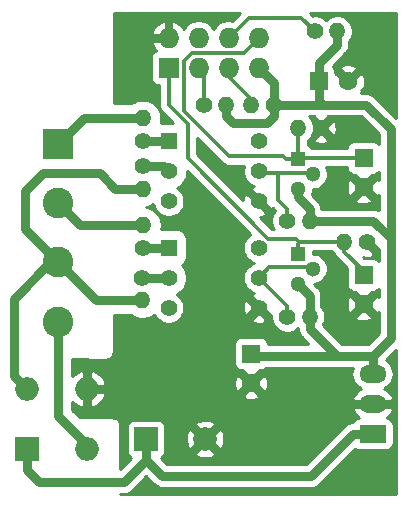
<source format=gbr>
G04 #@! TF.GenerationSoftware,KiCad,Pcbnew,(5.1.5)-3*
G04 #@! TF.CreationDate,2020-04-11T23:24:35-04:00*
G04 #@! TF.ProjectId,Doorbell,446f6f72-6265-46c6-9c2e-6b696361645f,v1*
G04 #@! TF.SameCoordinates,Original*
G04 #@! TF.FileFunction,Copper,L1,Top*
G04 #@! TF.FilePolarity,Positive*
%FSLAX46Y46*%
G04 Gerber Fmt 4.6, Leading zero omitted, Abs format (unit mm)*
G04 Created by KiCad (PCBNEW (5.1.5)-3) date 2020-04-11 23:24:35*
%MOMM*%
%LPD*%
G04 APERTURE LIST*
%ADD10R,1.300000X1.300000*%
%ADD11C,1.300000*%
%ADD12C,1.600000*%
%ADD13R,1.600000X1.600000*%
%ADD14C,2.000000*%
%ADD15R,2.000000X2.000000*%
%ADD16O,1.400000X1.400000*%
%ADD17C,1.400000*%
%ADD18R,1.400000X1.400000*%
%ADD19O,1.727200X1.727200*%
%ADD20R,1.727200X1.727200*%
%ADD21O,2.300000X1.500000*%
%ADD22R,2.300000X1.500000*%
%ADD23C,2.600000*%
%ADD24R,2.600000X2.600000*%
%ADD25O,2.000000X2.000000*%
%ADD26C,0.750000*%
%ADD27C,0.350000*%
%ADD28C,0.254000*%
G04 APERTURE END LIST*
D10*
X157226000Y-76835000D03*
D11*
X157226000Y-79375000D03*
X158496000Y-78105000D03*
D10*
X157226000Y-84836000D03*
D11*
X157226000Y-87376000D03*
X158496000Y-86106000D03*
D12*
X153289000Y-95781500D03*
D13*
X153289000Y-93281500D03*
D14*
X149399000Y-100520500D03*
D15*
X144399000Y-100520500D03*
D16*
X160586500Y-65976500D03*
D17*
X158686500Y-65976500D03*
D12*
X162814000Y-79208000D03*
D13*
X162814000Y-76708000D03*
D16*
X161168000Y-83820000D03*
D17*
X163068000Y-83820000D03*
D16*
X144125000Y-79325000D03*
D17*
X144125000Y-77425000D03*
D16*
X158242000Y-90170000D03*
D17*
X156342000Y-90170000D03*
X153924000Y-84328000D03*
X153924000Y-86868000D03*
X153924000Y-89408000D03*
X146304000Y-89408000D03*
X146304000Y-86868000D03*
D18*
X146304000Y-84328000D03*
D12*
X162814000Y-89114000D03*
D13*
X162814000Y-86614000D03*
D19*
X153924000Y-66548000D03*
X153924000Y-69088000D03*
X151384000Y-66548000D03*
X151384000Y-69088000D03*
X148844000Y-66548000D03*
X148844000Y-69088000D03*
X146304000Y-66548000D03*
D20*
X146304000Y-69088000D03*
D21*
X163576000Y-94996000D03*
X163576000Y-97536000D03*
D22*
X163576000Y-100076000D03*
D17*
X153935000Y-75310000D03*
X153935000Y-77850000D03*
X153935000Y-80390000D03*
X146315000Y-80390000D03*
X146315000Y-77850000D03*
D18*
X146315000Y-75310000D03*
D16*
X153294000Y-72199500D03*
D17*
X155194000Y-72199500D03*
D16*
X151188500Y-72199500D03*
D17*
X149288500Y-72199500D03*
D16*
X157294500Y-74168000D03*
D17*
X159194500Y-74168000D03*
D16*
X158242000Y-82042000D03*
D17*
X156342000Y-82042000D03*
D16*
X144125000Y-73350000D03*
D17*
X144125000Y-75250000D03*
D16*
X144081500Y-88768000D03*
D17*
X144081500Y-86868000D03*
D16*
X144145000Y-82428000D03*
D17*
X144145000Y-84328000D03*
D23*
X136918700Y-90565000D03*
X136918700Y-85565000D03*
X136918700Y-80565000D03*
D24*
X136918700Y-75565000D03*
D15*
X134302500Y-101346000D03*
D25*
X139382500Y-96266000D03*
X139382500Y-101346000D03*
X134302500Y-96266000D03*
D12*
X161504000Y-70231000D03*
D13*
X159004000Y-70231000D03*
D26*
X144399000Y-102270500D02*
X144399000Y-100520500D01*
X145760500Y-103632000D02*
X144399000Y-102270500D01*
X158374000Y-103632000D02*
X145760500Y-103632000D01*
X161930000Y-100076000D02*
X158374000Y-103632000D01*
X163830000Y-100076000D02*
X161930000Y-100076000D01*
X142529500Y-104140000D02*
X144399000Y-102270500D01*
X135346500Y-104140000D02*
X142529500Y-104140000D01*
X134302500Y-103096000D02*
X135346500Y-104140000D01*
X134302500Y-101346000D02*
X134302500Y-103096000D01*
X163576000Y-93496000D02*
X163576000Y-94996000D01*
X163552000Y-93472000D02*
X163576000Y-93496000D01*
X160554051Y-93472000D02*
X161290000Y-93472000D01*
X158242000Y-91159949D02*
X160554051Y-93472000D01*
X158242000Y-90170000D02*
X158242000Y-91159949D01*
X153162000Y-93472000D02*
X161290000Y-93472000D01*
X161290000Y-93472000D02*
X163552000Y-93472000D01*
X158242000Y-88392000D02*
X157356010Y-87506010D01*
X158242000Y-90170000D02*
X158242000Y-88392000D01*
X163576000Y-93496000D02*
X165100000Y-91972000D01*
X159231949Y-82042000D02*
X158242000Y-82042000D01*
X163621002Y-82042000D02*
X159231949Y-82042000D01*
X165100000Y-83520998D02*
X163621002Y-82042000D01*
X165100000Y-91972000D02*
X165100000Y-83520998D01*
X157226000Y-80036051D02*
X157226000Y-79505010D01*
X158242000Y-82042000D02*
X158242000Y-81052051D01*
X158242000Y-81052051D02*
X157226000Y-80036051D01*
X159004000Y-68707000D02*
X159004000Y-70231000D01*
X160586500Y-65976500D02*
X160586500Y-67124500D01*
X160586500Y-67124500D02*
X159004000Y-68707000D01*
X159422500Y-72199500D02*
X155194000Y-72199500D01*
X163004500Y-72199500D02*
X159422500Y-72199500D01*
X165100000Y-83520998D02*
X165100000Y-74295000D01*
X165100000Y-74295000D02*
X163004500Y-72199500D01*
X155194000Y-70358000D02*
X155194000Y-72199500D01*
X153924000Y-69088000D02*
X155194000Y-70358000D01*
X159004000Y-71781000D02*
X159004000Y-70231000D01*
X159422500Y-72199500D02*
X159004000Y-71781000D01*
X151188500Y-73189449D02*
X151188500Y-72199500D01*
X151773552Y-73774501D02*
X151188500Y-73189449D01*
X154608948Y-73774501D02*
X151773552Y-73774501D01*
X155194000Y-73189449D02*
X154608948Y-73774501D01*
X155194000Y-72199500D02*
X155194000Y-73189449D01*
D27*
X157226000Y-83961000D02*
X157226000Y-84836000D01*
X157367000Y-83820000D02*
X157226000Y-83961000D01*
X161168000Y-83820000D02*
X157367000Y-83820000D01*
X161168000Y-84643000D02*
X161168000Y-83820000D01*
X162814000Y-86614000D02*
X162814000Y-86289000D01*
X162814000Y-86289000D02*
X161168000Y-84643000D01*
X157367000Y-83820000D02*
X157113000Y-83566000D01*
X157113000Y-83566000D02*
X154756000Y-83566000D01*
X146304000Y-72233998D02*
X146304000Y-68834000D01*
X147940001Y-73869999D02*
X146304000Y-72233998D01*
X154756000Y-83566000D02*
X147940001Y-76750001D01*
X147940001Y-76750001D02*
X147940001Y-73869999D01*
X157104000Y-76713000D02*
X157226000Y-76835000D01*
X157104000Y-74168000D02*
X157104000Y-74607500D01*
X157294500Y-76766500D02*
X157226000Y-76835000D01*
X157294500Y-74168000D02*
X157294500Y-76766500D01*
X157353000Y-76708000D02*
X157226000Y-76835000D01*
X163068000Y-76708000D02*
X157353000Y-76708000D01*
X147605399Y-72757564D02*
X151422835Y-76575000D01*
X147605399Y-68493471D02*
X147605399Y-72757564D01*
X148280870Y-67818000D02*
X147605399Y-68493471D01*
X152654000Y-67818000D02*
X148280870Y-67818000D01*
X156226000Y-76835000D02*
X157226000Y-76835000D01*
X155966000Y-76575000D02*
X156226000Y-76835000D01*
X151422835Y-76575000D02*
X155966000Y-76575000D01*
X153924000Y-66548000D02*
X152654000Y-67818000D01*
D26*
X136918700Y-98564700D02*
X139700000Y-101346000D01*
X136918700Y-90565000D02*
X136918700Y-98564700D01*
X140121700Y-88768000D02*
X144081500Y-88768000D01*
X136918700Y-85565000D02*
X140121700Y-88768000D01*
X141809000Y-79325000D02*
X144125000Y-79325000D01*
X140462000Y-77978000D02*
X141809000Y-79325000D01*
X135636000Y-77978000D02*
X140462000Y-77978000D01*
X134112000Y-79502000D02*
X135636000Y-77978000D01*
X136918700Y-85565000D02*
X134112000Y-82758300D01*
X134112000Y-82758300D02*
X134112000Y-79502000D01*
X133230010Y-88638990D02*
X136304000Y-85565000D01*
X136304000Y-85565000D02*
X136918700Y-85565000D01*
X134302500Y-96266000D02*
X133230010Y-95193510D01*
X133230010Y-95193510D02*
X133230010Y-88638990D01*
D27*
X144140000Y-73660000D02*
X144145000Y-73665000D01*
X136935000Y-75565000D02*
X136918700Y-75565000D01*
D26*
X144125000Y-73350000D02*
X139150000Y-73350000D01*
X139150000Y-73350000D02*
X136935000Y-75565000D01*
X138781700Y-82428000D02*
X136918700Y-80565000D01*
X144145000Y-82428000D02*
X138781700Y-82428000D01*
D27*
X156342000Y-89286000D02*
X153924000Y-86868000D01*
X156342000Y-90170000D02*
X156342000Y-89286000D01*
X154825700Y-85966300D02*
X153924000Y-86868000D01*
X158496000Y-86106000D02*
X158356300Y-85966300D01*
X158356300Y-85966300D02*
X154825700Y-85966300D01*
X155575000Y-80285051D02*
X155575000Y-78105000D01*
X156342000Y-81052051D02*
X155575000Y-80285051D01*
X156342000Y-82042000D02*
X156342000Y-81052051D01*
X153935000Y-77850000D02*
X154050300Y-77965300D01*
X154063000Y-77978000D02*
X153935000Y-77850000D01*
X158496000Y-78105000D02*
X158369000Y-77978000D01*
X158369000Y-77978000D02*
X154063000Y-77978000D01*
D26*
X146304000Y-84328000D02*
X144145000Y-84328000D01*
X146304000Y-86868000D02*
X144081500Y-86868000D01*
D27*
X146060000Y-75565000D02*
X146315000Y-75310000D01*
X146255000Y-75250000D02*
X146315000Y-75310000D01*
D26*
X144125000Y-75250000D02*
X146255000Y-75250000D01*
D27*
X146315000Y-78094000D02*
X146304000Y-78105000D01*
X146315000Y-77850000D02*
X146315000Y-78094000D01*
D26*
X145890000Y-77425000D02*
X146315000Y-77850000D01*
X144125000Y-77425000D02*
X145890000Y-77425000D01*
D27*
X149288500Y-69532500D02*
X148844000Y-69088000D01*
X149288500Y-72199500D02*
X149288500Y-69532500D01*
X151384000Y-69850000D02*
X151384000Y-69088000D01*
X153294000Y-72199500D02*
X153294000Y-71760000D01*
X153294000Y-71760000D02*
X151384000Y-69850000D01*
X157543500Y-64833500D02*
X153098500Y-64833500D01*
X158686500Y-65976500D02*
X157543500Y-64833500D01*
X152247599Y-65684401D02*
X151384000Y-66548000D01*
X153098500Y-64833500D02*
X152247599Y-65684401D01*
D28*
G36*
X153242917Y-83187116D02*
G01*
X153078087Y-83297252D01*
X152893252Y-83482087D01*
X152748028Y-83699430D01*
X152647996Y-83940928D01*
X152597000Y-84197302D01*
X152597000Y-84458698D01*
X152647996Y-84715072D01*
X152748028Y-84956570D01*
X152893252Y-85173913D01*
X153078087Y-85358748D01*
X153295430Y-85503972D01*
X153522433Y-85598000D01*
X153295430Y-85692028D01*
X153078087Y-85837252D01*
X152893252Y-86022087D01*
X152748028Y-86239430D01*
X152647996Y-86480928D01*
X152597000Y-86737302D01*
X152597000Y-86998698D01*
X152647996Y-87255072D01*
X152748028Y-87496570D01*
X152893252Y-87713913D01*
X153078087Y-87898748D01*
X153295430Y-88043972D01*
X153513843Y-88134442D01*
X153472820Y-88144692D01*
X153349739Y-88195674D01*
X153281654Y-88414929D01*
X153924000Y-89057275D01*
X153938143Y-89043133D01*
X154288868Y-89393858D01*
X154274725Y-89408000D01*
X154917071Y-90050346D01*
X155019106Y-90018661D01*
X155015000Y-90039302D01*
X155015000Y-90300698D01*
X155065996Y-90557072D01*
X155166028Y-90798570D01*
X155311252Y-91015913D01*
X155496087Y-91200748D01*
X155713430Y-91345972D01*
X155954928Y-91446004D01*
X156211302Y-91497000D01*
X156472698Y-91497000D01*
X156729072Y-91446004D01*
X156970570Y-91345972D01*
X157187913Y-91200748D01*
X157235857Y-91152804D01*
X157235153Y-91159949D01*
X157254498Y-91356375D01*
X157311794Y-91545252D01*
X157311795Y-91545253D01*
X157404837Y-91719324D01*
X157530052Y-91871898D01*
X157568286Y-91903276D01*
X158135010Y-92470000D01*
X154717900Y-92470000D01*
X154706927Y-92358587D01*
X154671075Y-92240397D01*
X154612853Y-92131472D01*
X154534501Y-92035999D01*
X154439028Y-91957647D01*
X154330103Y-91899425D01*
X154211913Y-91863573D01*
X154089000Y-91851467D01*
X152489000Y-91851467D01*
X152366087Y-91863573D01*
X152247897Y-91899425D01*
X152138972Y-91957647D01*
X152043499Y-92035999D01*
X151965147Y-92131472D01*
X151906925Y-92240397D01*
X151871073Y-92358587D01*
X151858967Y-92481500D01*
X151858967Y-94081500D01*
X151871073Y-94204413D01*
X151906925Y-94322603D01*
X151965147Y-94431528D01*
X152043499Y-94527001D01*
X152138972Y-94605353D01*
X152247897Y-94663575D01*
X152366087Y-94699427D01*
X152489000Y-94711533D01*
X152575646Y-94711533D01*
X152574115Y-94715890D01*
X153289000Y-95430775D01*
X154003885Y-94715890D01*
X154002354Y-94711533D01*
X154089000Y-94711533D01*
X154211913Y-94699427D01*
X154330103Y-94663575D01*
X154439028Y-94605353D01*
X154534501Y-94527001D01*
X154577997Y-94474000D01*
X160504827Y-94474000D01*
X160554051Y-94478848D01*
X160603274Y-94474000D01*
X161895386Y-94474000D01*
X161818925Y-94726061D01*
X161792338Y-94996000D01*
X161818925Y-95265939D01*
X161897663Y-95525505D01*
X162025527Y-95764721D01*
X162197603Y-95974397D01*
X162407279Y-96146473D01*
X162606349Y-96252878D01*
X162574867Y-96264133D01*
X162338289Y-96405847D01*
X162133903Y-96590992D01*
X161969565Y-96812453D01*
X161868957Y-97077893D01*
X161975090Y-97288000D01*
X163328000Y-97288000D01*
X163328000Y-97268000D01*
X163824000Y-97268000D01*
X163824000Y-97288000D01*
X165176910Y-97288000D01*
X165283043Y-97077893D01*
X165182435Y-96812453D01*
X165018097Y-96590992D01*
X164813711Y-96405847D01*
X164577133Y-96264133D01*
X164545651Y-96252878D01*
X164744721Y-96146473D01*
X164954397Y-95974397D01*
X165126473Y-95764721D01*
X165254337Y-95525505D01*
X165333075Y-95265939D01*
X165359662Y-94996000D01*
X165333075Y-94726061D01*
X165254337Y-94466495D01*
X165126473Y-94227279D01*
X164954397Y-94017603D01*
X164744721Y-93845527D01*
X164678767Y-93810274D01*
X165527500Y-92961541D01*
X165527500Y-105202500D01*
X142201900Y-105202500D01*
X142201900Y-105142000D01*
X142480284Y-105142000D01*
X142529500Y-105146847D01*
X142578716Y-105142000D01*
X142578723Y-105142000D01*
X142725926Y-105127502D01*
X142914804Y-105070206D01*
X143088875Y-104977164D01*
X143241449Y-104851949D01*
X143272832Y-104813710D01*
X144399000Y-103687542D01*
X145017173Y-104305715D01*
X145048551Y-104343949D01*
X145201125Y-104469164D01*
X145306155Y-104525303D01*
X145375196Y-104562206D01*
X145564073Y-104619502D01*
X145760500Y-104638848D01*
X145809723Y-104634000D01*
X158324784Y-104634000D01*
X158374000Y-104638847D01*
X158423216Y-104634000D01*
X158423223Y-104634000D01*
X158570426Y-104619502D01*
X158759304Y-104562206D01*
X158933375Y-104469164D01*
X159085949Y-104343949D01*
X159117332Y-104305709D01*
X162074443Y-101348598D01*
X162075972Y-101349853D01*
X162184897Y-101408075D01*
X162303087Y-101443927D01*
X162426000Y-101456033D01*
X164726000Y-101456033D01*
X164848913Y-101443927D01*
X164967103Y-101408075D01*
X165076028Y-101349853D01*
X165171501Y-101271501D01*
X165249853Y-101176028D01*
X165308075Y-101067103D01*
X165343927Y-100948913D01*
X165356033Y-100826000D01*
X165356033Y-99326000D01*
X165343927Y-99203087D01*
X165308075Y-99084897D01*
X165249853Y-98975972D01*
X165171501Y-98880499D01*
X165076028Y-98802147D01*
X164967103Y-98743925D01*
X164848913Y-98708073D01*
X164758582Y-98699176D01*
X164813711Y-98666153D01*
X165018097Y-98481008D01*
X165182435Y-98259547D01*
X165283043Y-97994107D01*
X165176910Y-97784000D01*
X163824000Y-97784000D01*
X163824000Y-97804000D01*
X163328000Y-97804000D01*
X163328000Y-97784000D01*
X161975090Y-97784000D01*
X161868957Y-97994107D01*
X161969565Y-98259547D01*
X162133903Y-98481008D01*
X162338289Y-98666153D01*
X162393418Y-98699176D01*
X162303087Y-98708073D01*
X162184897Y-98743925D01*
X162075972Y-98802147D01*
X161980499Y-98880499D01*
X161902147Y-98975972D01*
X161848025Y-99077226D01*
X161733574Y-99088498D01*
X161544696Y-99145794D01*
X161370625Y-99238836D01*
X161218051Y-99364051D01*
X161186673Y-99402285D01*
X157958959Y-102630000D01*
X146175542Y-102630000D01*
X145645325Y-102099784D01*
X145749028Y-102044353D01*
X145844501Y-101966001D01*
X145922853Y-101870528D01*
X145981075Y-101761603D01*
X145990489Y-101730568D01*
X148539657Y-101730568D01*
X148645023Y-101980183D01*
X148944281Y-102099229D01*
X149261013Y-102157606D01*
X149583048Y-102153069D01*
X149898010Y-102085793D01*
X150152977Y-101980183D01*
X150258343Y-101730568D01*
X149399000Y-100871225D01*
X148539657Y-101730568D01*
X145990489Y-101730568D01*
X146016927Y-101643413D01*
X146029033Y-101520500D01*
X146029033Y-100382513D01*
X147761894Y-100382513D01*
X147766431Y-100704548D01*
X147833707Y-101019510D01*
X147939317Y-101274477D01*
X148188932Y-101379843D01*
X149048275Y-100520500D01*
X149749725Y-100520500D01*
X150609068Y-101379843D01*
X150858683Y-101274477D01*
X150977729Y-100975219D01*
X151036106Y-100658487D01*
X151031569Y-100336452D01*
X150964293Y-100021490D01*
X150858683Y-99766523D01*
X150609068Y-99661157D01*
X149749725Y-100520500D01*
X149048275Y-100520500D01*
X148188932Y-99661157D01*
X147939317Y-99766523D01*
X147820271Y-100065781D01*
X147761894Y-100382513D01*
X146029033Y-100382513D01*
X146029033Y-99520500D01*
X146016927Y-99397587D01*
X145990490Y-99310432D01*
X148539657Y-99310432D01*
X149399000Y-100169775D01*
X150258343Y-99310432D01*
X150152977Y-99060817D01*
X149853719Y-98941771D01*
X149536987Y-98883394D01*
X149214952Y-98887931D01*
X148899990Y-98955207D01*
X148645023Y-99060817D01*
X148539657Y-99310432D01*
X145990490Y-99310432D01*
X145981075Y-99279397D01*
X145922853Y-99170472D01*
X145844501Y-99074999D01*
X145749028Y-98996647D01*
X145640103Y-98938425D01*
X145521913Y-98902573D01*
X145399000Y-98890467D01*
X143399000Y-98890467D01*
X143276087Y-98902573D01*
X143157897Y-98938425D01*
X143048972Y-98996647D01*
X142953499Y-99074999D01*
X142875147Y-99170472D01*
X142816925Y-99279397D01*
X142781073Y-99397587D01*
X142768967Y-99520500D01*
X142768967Y-101520500D01*
X142781073Y-101643413D01*
X142816925Y-101761603D01*
X142875147Y-101870528D01*
X142953499Y-101966001D01*
X143048972Y-102044353D01*
X143152675Y-102099784D01*
X142201900Y-103050559D01*
X142201900Y-99306000D01*
X142200814Y-99289423D01*
X142183777Y-99160013D01*
X142175196Y-99127989D01*
X142125246Y-99007399D01*
X142108668Y-98978687D01*
X142029208Y-98875134D01*
X142005766Y-98851692D01*
X141902213Y-98772232D01*
X141873501Y-98755654D01*
X141752911Y-98705704D01*
X141720887Y-98697123D01*
X141591477Y-98680086D01*
X141574900Y-98679000D01*
X138803595Y-98679000D01*
X138170700Y-98046105D01*
X138170700Y-97357356D01*
X138364111Y-97545116D01*
X138633222Y-97719216D01*
X138884742Y-97823390D01*
X139134500Y-97721270D01*
X139134500Y-96514000D01*
X139630500Y-96514000D01*
X139630500Y-97721270D01*
X139880258Y-97823390D01*
X140131778Y-97719216D01*
X140400889Y-97545116D01*
X140630864Y-97321860D01*
X140812865Y-97058028D01*
X140903916Y-96847110D01*
X152574115Y-96847110D01*
X152654713Y-97076444D01*
X152919532Y-97175305D01*
X153198549Y-97220603D01*
X153481042Y-97210597D01*
X153756155Y-97145672D01*
X153923287Y-97076444D01*
X154003885Y-96847110D01*
X153289000Y-96132225D01*
X152574115Y-96847110D01*
X140903916Y-96847110D01*
X140939898Y-96763759D01*
X140839841Y-96514000D01*
X139630500Y-96514000D01*
X139134500Y-96514000D01*
X139114500Y-96514000D01*
X139114500Y-96018000D01*
X139134500Y-96018000D01*
X139134500Y-94810730D01*
X139630500Y-94810730D01*
X139630500Y-96018000D01*
X140839841Y-96018000D01*
X140939898Y-95768241D01*
X140906575Y-95691049D01*
X151849897Y-95691049D01*
X151859903Y-95973542D01*
X151924828Y-96248655D01*
X151994056Y-96415787D01*
X152223390Y-96496385D01*
X152938275Y-95781500D01*
X153639725Y-95781500D01*
X154354610Y-96496385D01*
X154583944Y-96415787D01*
X154682805Y-96150968D01*
X154728103Y-95871951D01*
X154718097Y-95589458D01*
X154653172Y-95314345D01*
X154583944Y-95147213D01*
X154354610Y-95066615D01*
X153639725Y-95781500D01*
X152938275Y-95781500D01*
X152223390Y-95066615D01*
X151994056Y-95147213D01*
X151895195Y-95412032D01*
X151849897Y-95691049D01*
X140906575Y-95691049D01*
X140812865Y-95473972D01*
X140630864Y-95210140D01*
X140400889Y-94986884D01*
X140131778Y-94812784D01*
X139880258Y-94708610D01*
X139630500Y-94810730D01*
X139134500Y-94810730D01*
X138884742Y-94708610D01*
X138633222Y-94812784D01*
X138364111Y-94986884D01*
X138170700Y-95174644D01*
X138170700Y-93765454D01*
X141021399Y-93785889D01*
X141038053Y-93784912D01*
X141168116Y-93768663D01*
X141200325Y-93760242D01*
X141321697Y-93710750D01*
X141350612Y-93694246D01*
X141454950Y-93614912D01*
X141478582Y-93591462D01*
X141558718Y-93487737D01*
X141575444Y-93458950D01*
X141625869Y-93337963D01*
X141634538Y-93305819D01*
X141651788Y-93175885D01*
X141652893Y-93159239D01*
X141654563Y-90020000D01*
X143116725Y-90020000D01*
X143334511Y-90165519D01*
X143621506Y-90284396D01*
X143926179Y-90345000D01*
X144236821Y-90345000D01*
X144541494Y-90284396D01*
X144828489Y-90165519D01*
X145086779Y-89992936D01*
X145103166Y-89976549D01*
X145128028Y-90036570D01*
X145273252Y-90253913D01*
X145458087Y-90438748D01*
X145675430Y-90583972D01*
X145916928Y-90684004D01*
X146173302Y-90735000D01*
X146434698Y-90735000D01*
X146691072Y-90684004D01*
X146932570Y-90583972D01*
X147149913Y-90438748D01*
X147187590Y-90401071D01*
X153281654Y-90401071D01*
X153349739Y-90620326D01*
X153597286Y-90709064D01*
X153857389Y-90747803D01*
X154120052Y-90735055D01*
X154375180Y-90671308D01*
X154498261Y-90620326D01*
X154566346Y-90401071D01*
X153924000Y-89758725D01*
X153281654Y-90401071D01*
X147187590Y-90401071D01*
X147334748Y-90253913D01*
X147479972Y-90036570D01*
X147580004Y-89795072D01*
X147631000Y-89538698D01*
X147631000Y-89341389D01*
X152584197Y-89341389D01*
X152596945Y-89604052D01*
X152660692Y-89859180D01*
X152711674Y-89982261D01*
X152930929Y-90050346D01*
X153573275Y-89408000D01*
X152930929Y-88765654D01*
X152711674Y-88833739D01*
X152622936Y-89081286D01*
X152584197Y-89341389D01*
X147631000Y-89341389D01*
X147631000Y-89277302D01*
X147580004Y-89020928D01*
X147479972Y-88779430D01*
X147334748Y-88562087D01*
X147149913Y-88377252D01*
X147008829Y-88282982D01*
X147050989Y-88265519D01*
X147309279Y-88092936D01*
X147528936Y-87873279D01*
X147701519Y-87614989D01*
X147820396Y-87327994D01*
X147881000Y-87023321D01*
X147881000Y-86712679D01*
X147820396Y-86408006D01*
X147701519Y-86121011D01*
X147528936Y-85862721D01*
X147450158Y-85783943D01*
X147493592Y-85760727D01*
X147627133Y-85651133D01*
X147736727Y-85517592D01*
X147818162Y-85365237D01*
X147868310Y-85199922D01*
X147885243Y-85028000D01*
X147885243Y-83628000D01*
X147868310Y-83456078D01*
X147818162Y-83290763D01*
X147736727Y-83138408D01*
X147627133Y-83004867D01*
X147493592Y-82895273D01*
X147341237Y-82813838D01*
X147175922Y-82763690D01*
X147004000Y-82746757D01*
X145689490Y-82746757D01*
X145722000Y-82583321D01*
X145722000Y-82272679D01*
X145661396Y-81968006D01*
X145542519Y-81681011D01*
X145369936Y-81422721D01*
X145150279Y-81203064D01*
X144891989Y-81030481D01*
X144604994Y-80911604D01*
X144418517Y-80874511D01*
X144584994Y-80841396D01*
X144871989Y-80722519D01*
X145009825Y-80630420D01*
X145038996Y-80777072D01*
X145139028Y-81018570D01*
X145284252Y-81235913D01*
X145469087Y-81420748D01*
X145686430Y-81565972D01*
X145927928Y-81666004D01*
X146184302Y-81717000D01*
X146445698Y-81717000D01*
X146702072Y-81666004D01*
X146943570Y-81565972D01*
X147160913Y-81420748D01*
X147345748Y-81235913D01*
X147490972Y-81018570D01*
X147591004Y-80777072D01*
X147642000Y-80520698D01*
X147642000Y-80259302D01*
X147591004Y-80002928D01*
X147490972Y-79761430D01*
X147345748Y-79544087D01*
X147160913Y-79359252D01*
X147019829Y-79264982D01*
X147061989Y-79247519D01*
X147320279Y-79074936D01*
X147539936Y-78855279D01*
X147712519Y-78596989D01*
X147831396Y-78309994D01*
X147892000Y-78005321D01*
X147892000Y-77836198D01*
X153242917Y-83187116D01*
G37*
X153242917Y-83187116D02*
X153078087Y-83297252D01*
X152893252Y-83482087D01*
X152748028Y-83699430D01*
X152647996Y-83940928D01*
X152597000Y-84197302D01*
X152597000Y-84458698D01*
X152647996Y-84715072D01*
X152748028Y-84956570D01*
X152893252Y-85173913D01*
X153078087Y-85358748D01*
X153295430Y-85503972D01*
X153522433Y-85598000D01*
X153295430Y-85692028D01*
X153078087Y-85837252D01*
X152893252Y-86022087D01*
X152748028Y-86239430D01*
X152647996Y-86480928D01*
X152597000Y-86737302D01*
X152597000Y-86998698D01*
X152647996Y-87255072D01*
X152748028Y-87496570D01*
X152893252Y-87713913D01*
X153078087Y-87898748D01*
X153295430Y-88043972D01*
X153513843Y-88134442D01*
X153472820Y-88144692D01*
X153349739Y-88195674D01*
X153281654Y-88414929D01*
X153924000Y-89057275D01*
X153938143Y-89043133D01*
X154288868Y-89393858D01*
X154274725Y-89408000D01*
X154917071Y-90050346D01*
X155019106Y-90018661D01*
X155015000Y-90039302D01*
X155015000Y-90300698D01*
X155065996Y-90557072D01*
X155166028Y-90798570D01*
X155311252Y-91015913D01*
X155496087Y-91200748D01*
X155713430Y-91345972D01*
X155954928Y-91446004D01*
X156211302Y-91497000D01*
X156472698Y-91497000D01*
X156729072Y-91446004D01*
X156970570Y-91345972D01*
X157187913Y-91200748D01*
X157235857Y-91152804D01*
X157235153Y-91159949D01*
X157254498Y-91356375D01*
X157311794Y-91545252D01*
X157311795Y-91545253D01*
X157404837Y-91719324D01*
X157530052Y-91871898D01*
X157568286Y-91903276D01*
X158135010Y-92470000D01*
X154717900Y-92470000D01*
X154706927Y-92358587D01*
X154671075Y-92240397D01*
X154612853Y-92131472D01*
X154534501Y-92035999D01*
X154439028Y-91957647D01*
X154330103Y-91899425D01*
X154211913Y-91863573D01*
X154089000Y-91851467D01*
X152489000Y-91851467D01*
X152366087Y-91863573D01*
X152247897Y-91899425D01*
X152138972Y-91957647D01*
X152043499Y-92035999D01*
X151965147Y-92131472D01*
X151906925Y-92240397D01*
X151871073Y-92358587D01*
X151858967Y-92481500D01*
X151858967Y-94081500D01*
X151871073Y-94204413D01*
X151906925Y-94322603D01*
X151965147Y-94431528D01*
X152043499Y-94527001D01*
X152138972Y-94605353D01*
X152247897Y-94663575D01*
X152366087Y-94699427D01*
X152489000Y-94711533D01*
X152575646Y-94711533D01*
X152574115Y-94715890D01*
X153289000Y-95430775D01*
X154003885Y-94715890D01*
X154002354Y-94711533D01*
X154089000Y-94711533D01*
X154211913Y-94699427D01*
X154330103Y-94663575D01*
X154439028Y-94605353D01*
X154534501Y-94527001D01*
X154577997Y-94474000D01*
X160504827Y-94474000D01*
X160554051Y-94478848D01*
X160603274Y-94474000D01*
X161895386Y-94474000D01*
X161818925Y-94726061D01*
X161792338Y-94996000D01*
X161818925Y-95265939D01*
X161897663Y-95525505D01*
X162025527Y-95764721D01*
X162197603Y-95974397D01*
X162407279Y-96146473D01*
X162606349Y-96252878D01*
X162574867Y-96264133D01*
X162338289Y-96405847D01*
X162133903Y-96590992D01*
X161969565Y-96812453D01*
X161868957Y-97077893D01*
X161975090Y-97288000D01*
X163328000Y-97288000D01*
X163328000Y-97268000D01*
X163824000Y-97268000D01*
X163824000Y-97288000D01*
X165176910Y-97288000D01*
X165283043Y-97077893D01*
X165182435Y-96812453D01*
X165018097Y-96590992D01*
X164813711Y-96405847D01*
X164577133Y-96264133D01*
X164545651Y-96252878D01*
X164744721Y-96146473D01*
X164954397Y-95974397D01*
X165126473Y-95764721D01*
X165254337Y-95525505D01*
X165333075Y-95265939D01*
X165359662Y-94996000D01*
X165333075Y-94726061D01*
X165254337Y-94466495D01*
X165126473Y-94227279D01*
X164954397Y-94017603D01*
X164744721Y-93845527D01*
X164678767Y-93810274D01*
X165527500Y-92961541D01*
X165527500Y-105202500D01*
X142201900Y-105202500D01*
X142201900Y-105142000D01*
X142480284Y-105142000D01*
X142529500Y-105146847D01*
X142578716Y-105142000D01*
X142578723Y-105142000D01*
X142725926Y-105127502D01*
X142914804Y-105070206D01*
X143088875Y-104977164D01*
X143241449Y-104851949D01*
X143272832Y-104813710D01*
X144399000Y-103687542D01*
X145017173Y-104305715D01*
X145048551Y-104343949D01*
X145201125Y-104469164D01*
X145306155Y-104525303D01*
X145375196Y-104562206D01*
X145564073Y-104619502D01*
X145760500Y-104638848D01*
X145809723Y-104634000D01*
X158324784Y-104634000D01*
X158374000Y-104638847D01*
X158423216Y-104634000D01*
X158423223Y-104634000D01*
X158570426Y-104619502D01*
X158759304Y-104562206D01*
X158933375Y-104469164D01*
X159085949Y-104343949D01*
X159117332Y-104305709D01*
X162074443Y-101348598D01*
X162075972Y-101349853D01*
X162184897Y-101408075D01*
X162303087Y-101443927D01*
X162426000Y-101456033D01*
X164726000Y-101456033D01*
X164848913Y-101443927D01*
X164967103Y-101408075D01*
X165076028Y-101349853D01*
X165171501Y-101271501D01*
X165249853Y-101176028D01*
X165308075Y-101067103D01*
X165343927Y-100948913D01*
X165356033Y-100826000D01*
X165356033Y-99326000D01*
X165343927Y-99203087D01*
X165308075Y-99084897D01*
X165249853Y-98975972D01*
X165171501Y-98880499D01*
X165076028Y-98802147D01*
X164967103Y-98743925D01*
X164848913Y-98708073D01*
X164758582Y-98699176D01*
X164813711Y-98666153D01*
X165018097Y-98481008D01*
X165182435Y-98259547D01*
X165283043Y-97994107D01*
X165176910Y-97784000D01*
X163824000Y-97784000D01*
X163824000Y-97804000D01*
X163328000Y-97804000D01*
X163328000Y-97784000D01*
X161975090Y-97784000D01*
X161868957Y-97994107D01*
X161969565Y-98259547D01*
X162133903Y-98481008D01*
X162338289Y-98666153D01*
X162393418Y-98699176D01*
X162303087Y-98708073D01*
X162184897Y-98743925D01*
X162075972Y-98802147D01*
X161980499Y-98880499D01*
X161902147Y-98975972D01*
X161848025Y-99077226D01*
X161733574Y-99088498D01*
X161544696Y-99145794D01*
X161370625Y-99238836D01*
X161218051Y-99364051D01*
X161186673Y-99402285D01*
X157958959Y-102630000D01*
X146175542Y-102630000D01*
X145645325Y-102099784D01*
X145749028Y-102044353D01*
X145844501Y-101966001D01*
X145922853Y-101870528D01*
X145981075Y-101761603D01*
X145990489Y-101730568D01*
X148539657Y-101730568D01*
X148645023Y-101980183D01*
X148944281Y-102099229D01*
X149261013Y-102157606D01*
X149583048Y-102153069D01*
X149898010Y-102085793D01*
X150152977Y-101980183D01*
X150258343Y-101730568D01*
X149399000Y-100871225D01*
X148539657Y-101730568D01*
X145990489Y-101730568D01*
X146016927Y-101643413D01*
X146029033Y-101520500D01*
X146029033Y-100382513D01*
X147761894Y-100382513D01*
X147766431Y-100704548D01*
X147833707Y-101019510D01*
X147939317Y-101274477D01*
X148188932Y-101379843D01*
X149048275Y-100520500D01*
X149749725Y-100520500D01*
X150609068Y-101379843D01*
X150858683Y-101274477D01*
X150977729Y-100975219D01*
X151036106Y-100658487D01*
X151031569Y-100336452D01*
X150964293Y-100021490D01*
X150858683Y-99766523D01*
X150609068Y-99661157D01*
X149749725Y-100520500D01*
X149048275Y-100520500D01*
X148188932Y-99661157D01*
X147939317Y-99766523D01*
X147820271Y-100065781D01*
X147761894Y-100382513D01*
X146029033Y-100382513D01*
X146029033Y-99520500D01*
X146016927Y-99397587D01*
X145990490Y-99310432D01*
X148539657Y-99310432D01*
X149399000Y-100169775D01*
X150258343Y-99310432D01*
X150152977Y-99060817D01*
X149853719Y-98941771D01*
X149536987Y-98883394D01*
X149214952Y-98887931D01*
X148899990Y-98955207D01*
X148645023Y-99060817D01*
X148539657Y-99310432D01*
X145990490Y-99310432D01*
X145981075Y-99279397D01*
X145922853Y-99170472D01*
X145844501Y-99074999D01*
X145749028Y-98996647D01*
X145640103Y-98938425D01*
X145521913Y-98902573D01*
X145399000Y-98890467D01*
X143399000Y-98890467D01*
X143276087Y-98902573D01*
X143157897Y-98938425D01*
X143048972Y-98996647D01*
X142953499Y-99074999D01*
X142875147Y-99170472D01*
X142816925Y-99279397D01*
X142781073Y-99397587D01*
X142768967Y-99520500D01*
X142768967Y-101520500D01*
X142781073Y-101643413D01*
X142816925Y-101761603D01*
X142875147Y-101870528D01*
X142953499Y-101966001D01*
X143048972Y-102044353D01*
X143152675Y-102099784D01*
X142201900Y-103050559D01*
X142201900Y-99306000D01*
X142200814Y-99289423D01*
X142183777Y-99160013D01*
X142175196Y-99127989D01*
X142125246Y-99007399D01*
X142108668Y-98978687D01*
X142029208Y-98875134D01*
X142005766Y-98851692D01*
X141902213Y-98772232D01*
X141873501Y-98755654D01*
X141752911Y-98705704D01*
X141720887Y-98697123D01*
X141591477Y-98680086D01*
X141574900Y-98679000D01*
X138803595Y-98679000D01*
X138170700Y-98046105D01*
X138170700Y-97357356D01*
X138364111Y-97545116D01*
X138633222Y-97719216D01*
X138884742Y-97823390D01*
X139134500Y-97721270D01*
X139134500Y-96514000D01*
X139630500Y-96514000D01*
X139630500Y-97721270D01*
X139880258Y-97823390D01*
X140131778Y-97719216D01*
X140400889Y-97545116D01*
X140630864Y-97321860D01*
X140812865Y-97058028D01*
X140903916Y-96847110D01*
X152574115Y-96847110D01*
X152654713Y-97076444D01*
X152919532Y-97175305D01*
X153198549Y-97220603D01*
X153481042Y-97210597D01*
X153756155Y-97145672D01*
X153923287Y-97076444D01*
X154003885Y-96847110D01*
X153289000Y-96132225D01*
X152574115Y-96847110D01*
X140903916Y-96847110D01*
X140939898Y-96763759D01*
X140839841Y-96514000D01*
X139630500Y-96514000D01*
X139134500Y-96514000D01*
X139114500Y-96514000D01*
X139114500Y-96018000D01*
X139134500Y-96018000D01*
X139134500Y-94810730D01*
X139630500Y-94810730D01*
X139630500Y-96018000D01*
X140839841Y-96018000D01*
X140939898Y-95768241D01*
X140906575Y-95691049D01*
X151849897Y-95691049D01*
X151859903Y-95973542D01*
X151924828Y-96248655D01*
X151994056Y-96415787D01*
X152223390Y-96496385D01*
X152938275Y-95781500D01*
X153639725Y-95781500D01*
X154354610Y-96496385D01*
X154583944Y-96415787D01*
X154682805Y-96150968D01*
X154728103Y-95871951D01*
X154718097Y-95589458D01*
X154653172Y-95314345D01*
X154583944Y-95147213D01*
X154354610Y-95066615D01*
X153639725Y-95781500D01*
X152938275Y-95781500D01*
X152223390Y-95066615D01*
X151994056Y-95147213D01*
X151895195Y-95412032D01*
X151849897Y-95691049D01*
X140906575Y-95691049D01*
X140812865Y-95473972D01*
X140630864Y-95210140D01*
X140400889Y-94986884D01*
X140131778Y-94812784D01*
X139880258Y-94708610D01*
X139630500Y-94810730D01*
X139134500Y-94810730D01*
X138884742Y-94708610D01*
X138633222Y-94812784D01*
X138364111Y-94986884D01*
X138170700Y-95174644D01*
X138170700Y-93765454D01*
X141021399Y-93785889D01*
X141038053Y-93784912D01*
X141168116Y-93768663D01*
X141200325Y-93760242D01*
X141321697Y-93710750D01*
X141350612Y-93694246D01*
X141454950Y-93614912D01*
X141478582Y-93591462D01*
X141558718Y-93487737D01*
X141575444Y-93458950D01*
X141625869Y-93337963D01*
X141634538Y-93305819D01*
X141651788Y-93175885D01*
X141652893Y-93159239D01*
X141654563Y-90020000D01*
X143116725Y-90020000D01*
X143334511Y-90165519D01*
X143621506Y-90284396D01*
X143926179Y-90345000D01*
X144236821Y-90345000D01*
X144541494Y-90284396D01*
X144828489Y-90165519D01*
X145086779Y-89992936D01*
X145103166Y-89976549D01*
X145128028Y-90036570D01*
X145273252Y-90253913D01*
X145458087Y-90438748D01*
X145675430Y-90583972D01*
X145916928Y-90684004D01*
X146173302Y-90735000D01*
X146434698Y-90735000D01*
X146691072Y-90684004D01*
X146932570Y-90583972D01*
X147149913Y-90438748D01*
X147187590Y-90401071D01*
X153281654Y-90401071D01*
X153349739Y-90620326D01*
X153597286Y-90709064D01*
X153857389Y-90747803D01*
X154120052Y-90735055D01*
X154375180Y-90671308D01*
X154498261Y-90620326D01*
X154566346Y-90401071D01*
X153924000Y-89758725D01*
X153281654Y-90401071D01*
X147187590Y-90401071D01*
X147334748Y-90253913D01*
X147479972Y-90036570D01*
X147580004Y-89795072D01*
X147631000Y-89538698D01*
X147631000Y-89341389D01*
X152584197Y-89341389D01*
X152596945Y-89604052D01*
X152660692Y-89859180D01*
X152711674Y-89982261D01*
X152930929Y-90050346D01*
X153573275Y-89408000D01*
X152930929Y-88765654D01*
X152711674Y-88833739D01*
X152622936Y-89081286D01*
X152584197Y-89341389D01*
X147631000Y-89341389D01*
X147631000Y-89277302D01*
X147580004Y-89020928D01*
X147479972Y-88779430D01*
X147334748Y-88562087D01*
X147149913Y-88377252D01*
X147008829Y-88282982D01*
X147050989Y-88265519D01*
X147309279Y-88092936D01*
X147528936Y-87873279D01*
X147701519Y-87614989D01*
X147820396Y-87327994D01*
X147881000Y-87023321D01*
X147881000Y-86712679D01*
X147820396Y-86408006D01*
X147701519Y-86121011D01*
X147528936Y-85862721D01*
X147450158Y-85783943D01*
X147493592Y-85760727D01*
X147627133Y-85651133D01*
X147736727Y-85517592D01*
X147818162Y-85365237D01*
X147868310Y-85199922D01*
X147885243Y-85028000D01*
X147885243Y-83628000D01*
X147868310Y-83456078D01*
X147818162Y-83290763D01*
X147736727Y-83138408D01*
X147627133Y-83004867D01*
X147493592Y-82895273D01*
X147341237Y-82813838D01*
X147175922Y-82763690D01*
X147004000Y-82746757D01*
X145689490Y-82746757D01*
X145722000Y-82583321D01*
X145722000Y-82272679D01*
X145661396Y-81968006D01*
X145542519Y-81681011D01*
X145369936Y-81422721D01*
X145150279Y-81203064D01*
X144891989Y-81030481D01*
X144604994Y-80911604D01*
X144418517Y-80874511D01*
X144584994Y-80841396D01*
X144871989Y-80722519D01*
X145009825Y-80630420D01*
X145038996Y-80777072D01*
X145139028Y-81018570D01*
X145284252Y-81235913D01*
X145469087Y-81420748D01*
X145686430Y-81565972D01*
X145927928Y-81666004D01*
X146184302Y-81717000D01*
X146445698Y-81717000D01*
X146702072Y-81666004D01*
X146943570Y-81565972D01*
X147160913Y-81420748D01*
X147345748Y-81235913D01*
X147490972Y-81018570D01*
X147591004Y-80777072D01*
X147642000Y-80520698D01*
X147642000Y-80259302D01*
X147591004Y-80002928D01*
X147490972Y-79761430D01*
X147345748Y-79544087D01*
X147160913Y-79359252D01*
X147019829Y-79264982D01*
X147061989Y-79247519D01*
X147320279Y-79074936D01*
X147539936Y-78855279D01*
X147712519Y-78596989D01*
X147831396Y-78309994D01*
X147892000Y-78005321D01*
X147892000Y-77836198D01*
X153242917Y-83187116D01*
G36*
X160137252Y-84665913D02*
G01*
X160322087Y-84850748D01*
X160410943Y-84910120D01*
X160423464Y-84951396D01*
X160497935Y-85090722D01*
X160598157Y-85212843D01*
X160628762Y-85237960D01*
X161383967Y-85993165D01*
X161383967Y-87414000D01*
X161396073Y-87536913D01*
X161431925Y-87655103D01*
X161490147Y-87764028D01*
X161568499Y-87859501D01*
X161663972Y-87937853D01*
X161772897Y-87996075D01*
X161891087Y-88031927D01*
X162014000Y-88044033D01*
X162100646Y-88044033D01*
X162099115Y-88048390D01*
X162814000Y-88763275D01*
X163528885Y-88048390D01*
X163527354Y-88044033D01*
X163614000Y-88044033D01*
X163736913Y-88031927D01*
X163855103Y-87996075D01*
X163964028Y-87937853D01*
X164059501Y-87859501D01*
X164098000Y-87812589D01*
X164098000Y-88475867D01*
X163879610Y-88399115D01*
X163164725Y-89114000D01*
X163879610Y-89828885D01*
X164098000Y-89752133D01*
X164098000Y-91556958D01*
X163184959Y-92470000D01*
X160969092Y-92470000D01*
X159369783Y-90870691D01*
X159417972Y-90798570D01*
X159518004Y-90557072D01*
X159569000Y-90300698D01*
X159569000Y-90179610D01*
X162099115Y-90179610D01*
X162179713Y-90408944D01*
X162444532Y-90507805D01*
X162723549Y-90553103D01*
X163006042Y-90543097D01*
X163281155Y-90478172D01*
X163448287Y-90408944D01*
X163528885Y-90179610D01*
X162814000Y-89464725D01*
X162099115Y-90179610D01*
X159569000Y-90179610D01*
X159569000Y-90039302D01*
X159518004Y-89782928D01*
X159417972Y-89541430D01*
X159272748Y-89324087D01*
X159244000Y-89295339D01*
X159244000Y-89023549D01*
X161374897Y-89023549D01*
X161384903Y-89306042D01*
X161449828Y-89581155D01*
X161519056Y-89748287D01*
X161748390Y-89828885D01*
X162463275Y-89114000D01*
X161748390Y-88399115D01*
X161519056Y-88479713D01*
X161420195Y-88744532D01*
X161374897Y-89023549D01*
X159244000Y-89023549D01*
X159244000Y-88441215D01*
X159248847Y-88391999D01*
X159244000Y-88342783D01*
X159244000Y-88342777D01*
X159229502Y-88195574D01*
X159227824Y-88190040D01*
X159210216Y-88131996D01*
X159172206Y-88006696D01*
X159079164Y-87832625D01*
X158953949Y-87680051D01*
X158915714Y-87648673D01*
X158645352Y-87378310D01*
X158868487Y-87333926D01*
X159100886Y-87237663D01*
X159310040Y-87097911D01*
X159487911Y-86920040D01*
X159627663Y-86710886D01*
X159723926Y-86478487D01*
X159773000Y-86231774D01*
X159773000Y-85980226D01*
X159723926Y-85733513D01*
X159627663Y-85501114D01*
X159487911Y-85291960D01*
X159310040Y-85114089D01*
X159100886Y-84974337D01*
X158868487Y-84878074D01*
X158621774Y-84829000D01*
X158506033Y-84829000D01*
X158506033Y-84622000D01*
X160107910Y-84622000D01*
X160137252Y-84665913D01*
G37*
X160137252Y-84665913D02*
X160322087Y-84850748D01*
X160410943Y-84910120D01*
X160423464Y-84951396D01*
X160497935Y-85090722D01*
X160598157Y-85212843D01*
X160628762Y-85237960D01*
X161383967Y-85993165D01*
X161383967Y-87414000D01*
X161396073Y-87536913D01*
X161431925Y-87655103D01*
X161490147Y-87764028D01*
X161568499Y-87859501D01*
X161663972Y-87937853D01*
X161772897Y-87996075D01*
X161891087Y-88031927D01*
X162014000Y-88044033D01*
X162100646Y-88044033D01*
X162099115Y-88048390D01*
X162814000Y-88763275D01*
X163528885Y-88048390D01*
X163527354Y-88044033D01*
X163614000Y-88044033D01*
X163736913Y-88031927D01*
X163855103Y-87996075D01*
X163964028Y-87937853D01*
X164059501Y-87859501D01*
X164098000Y-87812589D01*
X164098000Y-88475867D01*
X163879610Y-88399115D01*
X163164725Y-89114000D01*
X163879610Y-89828885D01*
X164098000Y-89752133D01*
X164098000Y-91556958D01*
X163184959Y-92470000D01*
X160969092Y-92470000D01*
X159369783Y-90870691D01*
X159417972Y-90798570D01*
X159518004Y-90557072D01*
X159569000Y-90300698D01*
X159569000Y-90179610D01*
X162099115Y-90179610D01*
X162179713Y-90408944D01*
X162444532Y-90507805D01*
X162723549Y-90553103D01*
X163006042Y-90543097D01*
X163281155Y-90478172D01*
X163448287Y-90408944D01*
X163528885Y-90179610D01*
X162814000Y-89464725D01*
X162099115Y-90179610D01*
X159569000Y-90179610D01*
X159569000Y-90039302D01*
X159518004Y-89782928D01*
X159417972Y-89541430D01*
X159272748Y-89324087D01*
X159244000Y-89295339D01*
X159244000Y-89023549D01*
X161374897Y-89023549D01*
X161384903Y-89306042D01*
X161449828Y-89581155D01*
X161519056Y-89748287D01*
X161748390Y-89828885D01*
X162463275Y-89114000D01*
X161748390Y-88399115D01*
X161519056Y-88479713D01*
X161420195Y-88744532D01*
X161374897Y-89023549D01*
X159244000Y-89023549D01*
X159244000Y-88441215D01*
X159248847Y-88391999D01*
X159244000Y-88342783D01*
X159244000Y-88342777D01*
X159229502Y-88195574D01*
X159227824Y-88190040D01*
X159210216Y-88131996D01*
X159172206Y-88006696D01*
X159079164Y-87832625D01*
X158953949Y-87680051D01*
X158915714Y-87648673D01*
X158645352Y-87378310D01*
X158868487Y-87333926D01*
X159100886Y-87237663D01*
X159310040Y-87097911D01*
X159487911Y-86920040D01*
X159627663Y-86710886D01*
X159723926Y-86478487D01*
X159773000Y-86231774D01*
X159773000Y-85980226D01*
X159723926Y-85733513D01*
X159627663Y-85501114D01*
X159487911Y-85291960D01*
X159310040Y-85114089D01*
X159100886Y-84974337D01*
X158868487Y-84878074D01*
X158621774Y-84829000D01*
X158506033Y-84829000D01*
X158506033Y-84622000D01*
X160107910Y-84622000D01*
X160137252Y-84665913D01*
G36*
X163432868Y-83805858D02*
G01*
X163418725Y-83820000D01*
X164061071Y-84462346D01*
X164098001Y-84450878D01*
X164098001Y-85415412D01*
X164059501Y-85368499D01*
X163964028Y-85290147D01*
X163855103Y-85231925D01*
X163736913Y-85196073D01*
X163614000Y-85183967D01*
X162843166Y-85183967D01*
X162787084Y-85127885D01*
X163001389Y-85159803D01*
X163264052Y-85147055D01*
X163519180Y-85083308D01*
X163642261Y-85032326D01*
X163710346Y-84813071D01*
X163068000Y-84170725D01*
X163053858Y-84184868D01*
X162703133Y-83834143D01*
X162717275Y-83820000D01*
X162703133Y-83805858D01*
X163053858Y-83455133D01*
X163068000Y-83469275D01*
X163082143Y-83455133D01*
X163432868Y-83805858D01*
G37*
X163432868Y-83805858D02*
X163418725Y-83820000D01*
X164061071Y-84462346D01*
X164098001Y-84450878D01*
X164098001Y-85415412D01*
X164059501Y-85368499D01*
X163964028Y-85290147D01*
X163855103Y-85231925D01*
X163736913Y-85196073D01*
X163614000Y-85183967D01*
X162843166Y-85183967D01*
X162787084Y-85127885D01*
X163001389Y-85159803D01*
X163264052Y-85147055D01*
X163519180Y-85083308D01*
X163642261Y-85032326D01*
X163710346Y-84813071D01*
X163068000Y-84170725D01*
X163053858Y-84184868D01*
X162703133Y-83834143D01*
X162717275Y-83820000D01*
X162703133Y-83805858D01*
X163053858Y-83455133D01*
X163068000Y-83469275D01*
X163082143Y-83455133D01*
X163432868Y-83805858D01*
G36*
X150827879Y-77114243D02*
G01*
X150852992Y-77144843D01*
X150975112Y-77245065D01*
X151088633Y-77305743D01*
X151114438Y-77319536D01*
X151265615Y-77365395D01*
X151279050Y-77366718D01*
X151383441Y-77377000D01*
X151383449Y-77377000D01*
X151422835Y-77380879D01*
X151462221Y-77377000D01*
X152694589Y-77377000D01*
X152658996Y-77462928D01*
X152608000Y-77719302D01*
X152608000Y-77980698D01*
X152658996Y-78237072D01*
X152759028Y-78478570D01*
X152904252Y-78695913D01*
X153089087Y-78880748D01*
X153306430Y-79025972D01*
X153524843Y-79116442D01*
X153483820Y-79126692D01*
X153360739Y-79177674D01*
X153292654Y-79396929D01*
X153935000Y-80039275D01*
X153949143Y-80025133D01*
X154299868Y-80375858D01*
X154285725Y-80390000D01*
X154928071Y-81032346D01*
X155126484Y-80970733D01*
X155331545Y-81175794D01*
X155311252Y-81196087D01*
X155166028Y-81413430D01*
X155065996Y-81654928D01*
X155015000Y-81911302D01*
X155015000Y-82172698D01*
X155065996Y-82429072D01*
X155166028Y-82670570D01*
X155228456Y-82764000D01*
X155088200Y-82764000D01*
X154045411Y-81721211D01*
X154131052Y-81717055D01*
X154386180Y-81653308D01*
X154509261Y-81602326D01*
X154577346Y-81383071D01*
X153935000Y-80740725D01*
X153920858Y-80754868D01*
X153570133Y-80404143D01*
X153584275Y-80390000D01*
X152941929Y-79747654D01*
X152722674Y-79815739D01*
X152633936Y-80063286D01*
X152601988Y-80277789D01*
X148742001Y-76417803D01*
X148742001Y-75028364D01*
X150827879Y-77114243D01*
G37*
X150827879Y-77114243D02*
X150852992Y-77144843D01*
X150975112Y-77245065D01*
X151088633Y-77305743D01*
X151114438Y-77319536D01*
X151265615Y-77365395D01*
X151279050Y-77366718D01*
X151383441Y-77377000D01*
X151383449Y-77377000D01*
X151422835Y-77380879D01*
X151462221Y-77377000D01*
X152694589Y-77377000D01*
X152658996Y-77462928D01*
X152608000Y-77719302D01*
X152608000Y-77980698D01*
X152658996Y-78237072D01*
X152759028Y-78478570D01*
X152904252Y-78695913D01*
X153089087Y-78880748D01*
X153306430Y-79025972D01*
X153524843Y-79116442D01*
X153483820Y-79126692D01*
X153360739Y-79177674D01*
X153292654Y-79396929D01*
X153935000Y-80039275D01*
X153949143Y-80025133D01*
X154299868Y-80375858D01*
X154285725Y-80390000D01*
X154928071Y-81032346D01*
X155126484Y-80970733D01*
X155331545Y-81175794D01*
X155311252Y-81196087D01*
X155166028Y-81413430D01*
X155065996Y-81654928D01*
X155015000Y-81911302D01*
X155015000Y-82172698D01*
X155065996Y-82429072D01*
X155166028Y-82670570D01*
X155228456Y-82764000D01*
X155088200Y-82764000D01*
X154045411Y-81721211D01*
X154131052Y-81717055D01*
X154386180Y-81653308D01*
X154509261Y-81602326D01*
X154577346Y-81383071D01*
X153935000Y-80740725D01*
X153920858Y-80754868D01*
X153570133Y-80404143D01*
X153584275Y-80390000D01*
X152941929Y-79747654D01*
X152722674Y-79815739D01*
X152633936Y-80063286D01*
X152601988Y-80277789D01*
X148742001Y-76417803D01*
X148742001Y-75028364D01*
X150827879Y-77114243D01*
G36*
X161396073Y-77630913D02*
G01*
X161431925Y-77749103D01*
X161490147Y-77858028D01*
X161568499Y-77953501D01*
X161663972Y-78031853D01*
X161772897Y-78090075D01*
X161891087Y-78125927D01*
X162014000Y-78138033D01*
X162100646Y-78138033D01*
X162099115Y-78142390D01*
X162814000Y-78857275D01*
X163528885Y-78142390D01*
X163527354Y-78138033D01*
X163614000Y-78138033D01*
X163736913Y-78125927D01*
X163855103Y-78090075D01*
X163964028Y-78031853D01*
X164059501Y-77953501D01*
X164098001Y-77906589D01*
X164098001Y-78569867D01*
X163879610Y-78493115D01*
X163164725Y-79208000D01*
X163879610Y-79922885D01*
X164098000Y-79846133D01*
X164098000Y-81160805D01*
X164006306Y-81111794D01*
X163817428Y-81054498D01*
X163670225Y-81040000D01*
X163670218Y-81040000D01*
X163621002Y-81035153D01*
X163571786Y-81040000D01*
X159247660Y-81040000D01*
X159244000Y-81002835D01*
X159244000Y-81002829D01*
X159229502Y-80855625D01*
X159229281Y-80854894D01*
X159172206Y-80666747D01*
X159127473Y-80583057D01*
X159079164Y-80492676D01*
X158953949Y-80340102D01*
X158915715Y-80308724D01*
X158880601Y-80273610D01*
X162099115Y-80273610D01*
X162179713Y-80502944D01*
X162444532Y-80601805D01*
X162723549Y-80647103D01*
X163006042Y-80637097D01*
X163281155Y-80572172D01*
X163448287Y-80502944D01*
X163528885Y-80273610D01*
X162814000Y-79558725D01*
X162099115Y-80273610D01*
X158880601Y-80273610D01*
X158424798Y-79817808D01*
X158453926Y-79747487D01*
X158503000Y-79500774D01*
X158503000Y-79382000D01*
X158621774Y-79382000D01*
X158868487Y-79332926D01*
X159100886Y-79236663D01*
X159279152Y-79117549D01*
X161374897Y-79117549D01*
X161384903Y-79400042D01*
X161449828Y-79675155D01*
X161519056Y-79842287D01*
X161748390Y-79922885D01*
X162463275Y-79208000D01*
X161748390Y-78493115D01*
X161519056Y-78573713D01*
X161420195Y-78838532D01*
X161374897Y-79117549D01*
X159279152Y-79117549D01*
X159310040Y-79096911D01*
X159487911Y-78919040D01*
X159627663Y-78709886D01*
X159723926Y-78477487D01*
X159773000Y-78230774D01*
X159773000Y-77979226D01*
X159723926Y-77732513D01*
X159631758Y-77510000D01*
X161384164Y-77510000D01*
X161396073Y-77630913D01*
G37*
X161396073Y-77630913D02*
X161431925Y-77749103D01*
X161490147Y-77858028D01*
X161568499Y-77953501D01*
X161663972Y-78031853D01*
X161772897Y-78090075D01*
X161891087Y-78125927D01*
X162014000Y-78138033D01*
X162100646Y-78138033D01*
X162099115Y-78142390D01*
X162814000Y-78857275D01*
X163528885Y-78142390D01*
X163527354Y-78138033D01*
X163614000Y-78138033D01*
X163736913Y-78125927D01*
X163855103Y-78090075D01*
X163964028Y-78031853D01*
X164059501Y-77953501D01*
X164098001Y-77906589D01*
X164098001Y-78569867D01*
X163879610Y-78493115D01*
X163164725Y-79208000D01*
X163879610Y-79922885D01*
X164098000Y-79846133D01*
X164098000Y-81160805D01*
X164006306Y-81111794D01*
X163817428Y-81054498D01*
X163670225Y-81040000D01*
X163670218Y-81040000D01*
X163621002Y-81035153D01*
X163571786Y-81040000D01*
X159247660Y-81040000D01*
X159244000Y-81002835D01*
X159244000Y-81002829D01*
X159229502Y-80855625D01*
X159229281Y-80854894D01*
X159172206Y-80666747D01*
X159127473Y-80583057D01*
X159079164Y-80492676D01*
X158953949Y-80340102D01*
X158915715Y-80308724D01*
X158880601Y-80273610D01*
X162099115Y-80273610D01*
X162179713Y-80502944D01*
X162444532Y-80601805D01*
X162723549Y-80647103D01*
X163006042Y-80637097D01*
X163281155Y-80572172D01*
X163448287Y-80502944D01*
X163528885Y-80273610D01*
X162814000Y-79558725D01*
X162099115Y-80273610D01*
X158880601Y-80273610D01*
X158424798Y-79817808D01*
X158453926Y-79747487D01*
X158503000Y-79500774D01*
X158503000Y-79382000D01*
X158621774Y-79382000D01*
X158868487Y-79332926D01*
X159100886Y-79236663D01*
X159279152Y-79117549D01*
X161374897Y-79117549D01*
X161384903Y-79400042D01*
X161449828Y-79675155D01*
X161519056Y-79842287D01*
X161748390Y-79922885D01*
X162463275Y-79208000D01*
X161748390Y-78493115D01*
X161519056Y-78573713D01*
X161420195Y-78838532D01*
X161374897Y-79117549D01*
X159279152Y-79117549D01*
X159310040Y-79096911D01*
X159487911Y-78919040D01*
X159627663Y-78709886D01*
X159723926Y-78477487D01*
X159773000Y-78230774D01*
X159773000Y-77979226D01*
X159723926Y-77732513D01*
X159631758Y-77510000D01*
X161384164Y-77510000D01*
X161396073Y-77630913D01*
G36*
X159194500Y-73817275D02*
G01*
X159810275Y-73201500D01*
X162589459Y-73201500D01*
X164098001Y-74710043D01*
X164098001Y-75509412D01*
X164059501Y-75462499D01*
X163964028Y-75384147D01*
X163855103Y-75325925D01*
X163736913Y-75290073D01*
X163614000Y-75277967D01*
X162014000Y-75277967D01*
X161891087Y-75290073D01*
X161772897Y-75325925D01*
X161663972Y-75384147D01*
X161568499Y-75462499D01*
X161490147Y-75557972D01*
X161431925Y-75666897D01*
X161396073Y-75785087D01*
X161384164Y-75906000D01*
X158437819Y-75906000D01*
X158399853Y-75834972D01*
X158321501Y-75739499D01*
X158226028Y-75661147D01*
X158117103Y-75602925D01*
X158096500Y-75596675D01*
X158096500Y-75228090D01*
X158140413Y-75198748D01*
X158178090Y-75161071D01*
X158552154Y-75161071D01*
X158620239Y-75380326D01*
X158867786Y-75469064D01*
X159127889Y-75507803D01*
X159390552Y-75495055D01*
X159645680Y-75431308D01*
X159768761Y-75380326D01*
X159836846Y-75161071D01*
X159194500Y-74518725D01*
X158552154Y-75161071D01*
X158178090Y-75161071D01*
X158325248Y-75013913D01*
X158470472Y-74796570D01*
X158570504Y-74555072D01*
X158598761Y-74413014D01*
X158843775Y-74168000D01*
X159545225Y-74168000D01*
X160187571Y-74810346D01*
X160406826Y-74742261D01*
X160495564Y-74494714D01*
X160534303Y-74234611D01*
X160521555Y-73971948D01*
X160457808Y-73716820D01*
X160406826Y-73593739D01*
X160187571Y-73525654D01*
X159545225Y-74168000D01*
X158843775Y-74168000D01*
X158598761Y-73922986D01*
X158570504Y-73780928D01*
X158470472Y-73539430D01*
X158325248Y-73322087D01*
X158204661Y-73201500D01*
X158578725Y-73201500D01*
X159194500Y-73817275D01*
G37*
X159194500Y-73817275D02*
X159810275Y-73201500D01*
X162589459Y-73201500D01*
X164098001Y-74710043D01*
X164098001Y-75509412D01*
X164059501Y-75462499D01*
X163964028Y-75384147D01*
X163855103Y-75325925D01*
X163736913Y-75290073D01*
X163614000Y-75277967D01*
X162014000Y-75277967D01*
X161891087Y-75290073D01*
X161772897Y-75325925D01*
X161663972Y-75384147D01*
X161568499Y-75462499D01*
X161490147Y-75557972D01*
X161431925Y-75666897D01*
X161396073Y-75785087D01*
X161384164Y-75906000D01*
X158437819Y-75906000D01*
X158399853Y-75834972D01*
X158321501Y-75739499D01*
X158226028Y-75661147D01*
X158117103Y-75602925D01*
X158096500Y-75596675D01*
X158096500Y-75228090D01*
X158140413Y-75198748D01*
X158178090Y-75161071D01*
X158552154Y-75161071D01*
X158620239Y-75380326D01*
X158867786Y-75469064D01*
X159127889Y-75507803D01*
X159390552Y-75495055D01*
X159645680Y-75431308D01*
X159768761Y-75380326D01*
X159836846Y-75161071D01*
X159194500Y-74518725D01*
X158552154Y-75161071D01*
X158178090Y-75161071D01*
X158325248Y-75013913D01*
X158470472Y-74796570D01*
X158570504Y-74555072D01*
X158598761Y-74413014D01*
X158843775Y-74168000D01*
X159545225Y-74168000D01*
X160187571Y-74810346D01*
X160406826Y-74742261D01*
X160495564Y-74494714D01*
X160534303Y-74234611D01*
X160521555Y-73971948D01*
X160457808Y-73716820D01*
X160406826Y-73593739D01*
X160187571Y-73525654D01*
X159545225Y-74168000D01*
X158843775Y-74168000D01*
X158598761Y-73922986D01*
X158570504Y-73780928D01*
X158470472Y-73539430D01*
X158325248Y-73322087D01*
X158204661Y-73201500D01*
X158578725Y-73201500D01*
X159194500Y-73817275D01*
G36*
X151708365Y-65089437D02*
G01*
X151708354Y-65089446D01*
X151705627Y-65092173D01*
X151530811Y-65057400D01*
X151237189Y-65057400D01*
X150949208Y-65114683D01*
X150677936Y-65227048D01*
X150433798Y-65390176D01*
X150226176Y-65597798D01*
X150114000Y-65765681D01*
X150001824Y-65597798D01*
X149794202Y-65390176D01*
X149550064Y-65227048D01*
X149278792Y-65114683D01*
X148990811Y-65057400D01*
X148697189Y-65057400D01*
X148409208Y-65114683D01*
X148137936Y-65227048D01*
X147893798Y-65390176D01*
X147686176Y-65597798D01*
X147575783Y-65763012D01*
X147434577Y-65564320D01*
X147220947Y-65362657D01*
X146972079Y-65206546D01*
X146780147Y-65127055D01*
X146552000Y-65231302D01*
X146552000Y-66300000D01*
X146572000Y-66300000D01*
X146572000Y-66796000D01*
X146552000Y-66796000D01*
X146552000Y-66816000D01*
X146056000Y-66816000D01*
X146056000Y-66796000D01*
X144984803Y-66796000D01*
X144883045Y-67024149D01*
X145003240Y-67292214D01*
X145173423Y-67531680D01*
X145268421Y-67621357D01*
X145199297Y-67642325D01*
X145090372Y-67700547D01*
X144994899Y-67778899D01*
X144916547Y-67874372D01*
X144858325Y-67983297D01*
X144822473Y-68101487D01*
X144810367Y-68224400D01*
X144810367Y-69951600D01*
X144822473Y-70074513D01*
X144858325Y-70192703D01*
X144916547Y-70301628D01*
X144994899Y-70397101D01*
X145090372Y-70475453D01*
X145199297Y-70533675D01*
X145317487Y-70569527D01*
X145440400Y-70581633D01*
X145502000Y-70581633D01*
X145502000Y-72194612D01*
X145498121Y-72233998D01*
X145502000Y-72273384D01*
X145502000Y-72273391D01*
X145509026Y-72344721D01*
X145513605Y-72391217D01*
X145559464Y-72542394D01*
X145633935Y-72681720D01*
X145734157Y-72803841D01*
X145764762Y-72828958D01*
X146664560Y-73728757D01*
X145657555Y-73728757D01*
X145702000Y-73505321D01*
X145702000Y-73194679D01*
X145641396Y-72890006D01*
X145522519Y-72603011D01*
X145349936Y-72344721D01*
X145130279Y-72125064D01*
X144871989Y-71952481D01*
X144584994Y-71833604D01*
X144280321Y-71773000D01*
X143969679Y-71773000D01*
X143665006Y-71833604D01*
X143378011Y-71952481D01*
X143160225Y-72098000D01*
X141664096Y-72098000D01*
X141667300Y-66071851D01*
X144883045Y-66071851D01*
X144984803Y-66300000D01*
X146056000Y-66300000D01*
X146056000Y-65231302D01*
X145827853Y-65127055D01*
X145635921Y-65206546D01*
X145387053Y-65362657D01*
X145173423Y-65564320D01*
X145003240Y-65803786D01*
X144883045Y-66071851D01*
X141667300Y-66071851D01*
X141668153Y-64469500D01*
X152328301Y-64469500D01*
X151708365Y-65089437D01*
G37*
X151708365Y-65089437D02*
X151708354Y-65089446D01*
X151705627Y-65092173D01*
X151530811Y-65057400D01*
X151237189Y-65057400D01*
X150949208Y-65114683D01*
X150677936Y-65227048D01*
X150433798Y-65390176D01*
X150226176Y-65597798D01*
X150114000Y-65765681D01*
X150001824Y-65597798D01*
X149794202Y-65390176D01*
X149550064Y-65227048D01*
X149278792Y-65114683D01*
X148990811Y-65057400D01*
X148697189Y-65057400D01*
X148409208Y-65114683D01*
X148137936Y-65227048D01*
X147893798Y-65390176D01*
X147686176Y-65597798D01*
X147575783Y-65763012D01*
X147434577Y-65564320D01*
X147220947Y-65362657D01*
X146972079Y-65206546D01*
X146780147Y-65127055D01*
X146552000Y-65231302D01*
X146552000Y-66300000D01*
X146572000Y-66300000D01*
X146572000Y-66796000D01*
X146552000Y-66796000D01*
X146552000Y-66816000D01*
X146056000Y-66816000D01*
X146056000Y-66796000D01*
X144984803Y-66796000D01*
X144883045Y-67024149D01*
X145003240Y-67292214D01*
X145173423Y-67531680D01*
X145268421Y-67621357D01*
X145199297Y-67642325D01*
X145090372Y-67700547D01*
X144994899Y-67778899D01*
X144916547Y-67874372D01*
X144858325Y-67983297D01*
X144822473Y-68101487D01*
X144810367Y-68224400D01*
X144810367Y-69951600D01*
X144822473Y-70074513D01*
X144858325Y-70192703D01*
X144916547Y-70301628D01*
X144994899Y-70397101D01*
X145090372Y-70475453D01*
X145199297Y-70533675D01*
X145317487Y-70569527D01*
X145440400Y-70581633D01*
X145502000Y-70581633D01*
X145502000Y-72194612D01*
X145498121Y-72233998D01*
X145502000Y-72273384D01*
X145502000Y-72273391D01*
X145509026Y-72344721D01*
X145513605Y-72391217D01*
X145559464Y-72542394D01*
X145633935Y-72681720D01*
X145734157Y-72803841D01*
X145764762Y-72828958D01*
X146664560Y-73728757D01*
X145657555Y-73728757D01*
X145702000Y-73505321D01*
X145702000Y-73194679D01*
X145641396Y-72890006D01*
X145522519Y-72603011D01*
X145349936Y-72344721D01*
X145130279Y-72125064D01*
X144871989Y-71952481D01*
X144584994Y-71833604D01*
X144280321Y-71773000D01*
X143969679Y-71773000D01*
X143665006Y-71833604D01*
X143378011Y-71952481D01*
X143160225Y-72098000D01*
X141664096Y-72098000D01*
X141667300Y-66071851D01*
X144883045Y-66071851D01*
X144984803Y-66300000D01*
X146056000Y-66300000D01*
X146056000Y-65231302D01*
X145827853Y-65127055D01*
X145635921Y-65206546D01*
X145387053Y-65362657D01*
X145173423Y-65564320D01*
X145003240Y-65803786D01*
X144883045Y-66071851D01*
X141667300Y-66071851D01*
X141668153Y-64469500D01*
X152328301Y-64469500D01*
X151708365Y-65089437D01*
G36*
X165527501Y-73305459D02*
G01*
X163747832Y-71525791D01*
X163716449Y-71487551D01*
X163563875Y-71362336D01*
X163389804Y-71269294D01*
X163200926Y-71211998D01*
X163053723Y-71197500D01*
X163053716Y-71197500D01*
X163004500Y-71192653D01*
X162955284Y-71197500D01*
X162575847Y-71197500D01*
X162698537Y-71074810D01*
X162569612Y-70945884D01*
X162798944Y-70865287D01*
X162897805Y-70600468D01*
X162943103Y-70321451D01*
X162933097Y-70038958D01*
X162868172Y-69763845D01*
X162798944Y-69596713D01*
X162569610Y-69516115D01*
X161854725Y-70231000D01*
X161868868Y-70245143D01*
X161518143Y-70595868D01*
X161504000Y-70581725D01*
X161489858Y-70595868D01*
X161139133Y-70245143D01*
X161153275Y-70231000D01*
X160438390Y-69516115D01*
X160434033Y-69517646D01*
X160434033Y-69431000D01*
X160421927Y-69308087D01*
X160386075Y-69189897D01*
X160372976Y-69165390D01*
X160789115Y-69165390D01*
X161504000Y-69880275D01*
X162218885Y-69165390D01*
X162138287Y-68936056D01*
X161873468Y-68837195D01*
X161594451Y-68791897D01*
X161311958Y-68801903D01*
X161036845Y-68866828D01*
X160869713Y-68936056D01*
X160789115Y-69165390D01*
X160372976Y-69165390D01*
X160327853Y-69080972D01*
X160249501Y-68985499D01*
X160190754Y-68937287D01*
X161260215Y-67867827D01*
X161298449Y-67836449D01*
X161423664Y-67683875D01*
X161516706Y-67509804D01*
X161559031Y-67370278D01*
X161574002Y-67320927D01*
X161583642Y-67223045D01*
X161588500Y-67173723D01*
X161588500Y-67173716D01*
X161593347Y-67124500D01*
X161588500Y-67075284D01*
X161588500Y-66851161D01*
X161617248Y-66822413D01*
X161762472Y-66605070D01*
X161862504Y-66363572D01*
X161913500Y-66107198D01*
X161913500Y-65845802D01*
X161862504Y-65589428D01*
X161762472Y-65347930D01*
X161617248Y-65130587D01*
X161432413Y-64945752D01*
X161215070Y-64800528D01*
X160973572Y-64700496D01*
X160717198Y-64649500D01*
X160455802Y-64649500D01*
X160199428Y-64700496D01*
X159957930Y-64800528D01*
X159740587Y-64945752D01*
X159636500Y-65049839D01*
X159532413Y-64945752D01*
X159315070Y-64800528D01*
X159073572Y-64700496D01*
X158817198Y-64649500D01*
X158555802Y-64649500D01*
X158504002Y-64659804D01*
X158313698Y-64469500D01*
X165527501Y-64469500D01*
X165527501Y-73305459D01*
G37*
X165527501Y-73305459D02*
X163747832Y-71525791D01*
X163716449Y-71487551D01*
X163563875Y-71362336D01*
X163389804Y-71269294D01*
X163200926Y-71211998D01*
X163053723Y-71197500D01*
X163053716Y-71197500D01*
X163004500Y-71192653D01*
X162955284Y-71197500D01*
X162575847Y-71197500D01*
X162698537Y-71074810D01*
X162569612Y-70945884D01*
X162798944Y-70865287D01*
X162897805Y-70600468D01*
X162943103Y-70321451D01*
X162933097Y-70038958D01*
X162868172Y-69763845D01*
X162798944Y-69596713D01*
X162569610Y-69516115D01*
X161854725Y-70231000D01*
X161868868Y-70245143D01*
X161518143Y-70595868D01*
X161504000Y-70581725D01*
X161489858Y-70595868D01*
X161139133Y-70245143D01*
X161153275Y-70231000D01*
X160438390Y-69516115D01*
X160434033Y-69517646D01*
X160434033Y-69431000D01*
X160421927Y-69308087D01*
X160386075Y-69189897D01*
X160372976Y-69165390D01*
X160789115Y-69165390D01*
X161504000Y-69880275D01*
X162218885Y-69165390D01*
X162138287Y-68936056D01*
X161873468Y-68837195D01*
X161594451Y-68791897D01*
X161311958Y-68801903D01*
X161036845Y-68866828D01*
X160869713Y-68936056D01*
X160789115Y-69165390D01*
X160372976Y-69165390D01*
X160327853Y-69080972D01*
X160249501Y-68985499D01*
X160190754Y-68937287D01*
X161260215Y-67867827D01*
X161298449Y-67836449D01*
X161423664Y-67683875D01*
X161516706Y-67509804D01*
X161559031Y-67370278D01*
X161574002Y-67320927D01*
X161583642Y-67223045D01*
X161588500Y-67173723D01*
X161588500Y-67173716D01*
X161593347Y-67124500D01*
X161588500Y-67075284D01*
X161588500Y-66851161D01*
X161617248Y-66822413D01*
X161762472Y-66605070D01*
X161862504Y-66363572D01*
X161913500Y-66107198D01*
X161913500Y-65845802D01*
X161862504Y-65589428D01*
X161762472Y-65347930D01*
X161617248Y-65130587D01*
X161432413Y-64945752D01*
X161215070Y-64800528D01*
X160973572Y-64700496D01*
X160717198Y-64649500D01*
X160455802Y-64649500D01*
X160199428Y-64700496D01*
X159957930Y-64800528D01*
X159740587Y-64945752D01*
X159636500Y-65049839D01*
X159532413Y-64945752D01*
X159315070Y-64800528D01*
X159073572Y-64700496D01*
X158817198Y-64649500D01*
X158555802Y-64649500D01*
X158504002Y-64659804D01*
X158313698Y-64469500D01*
X165527501Y-64469500D01*
X165527501Y-73305459D01*
M02*

</source>
